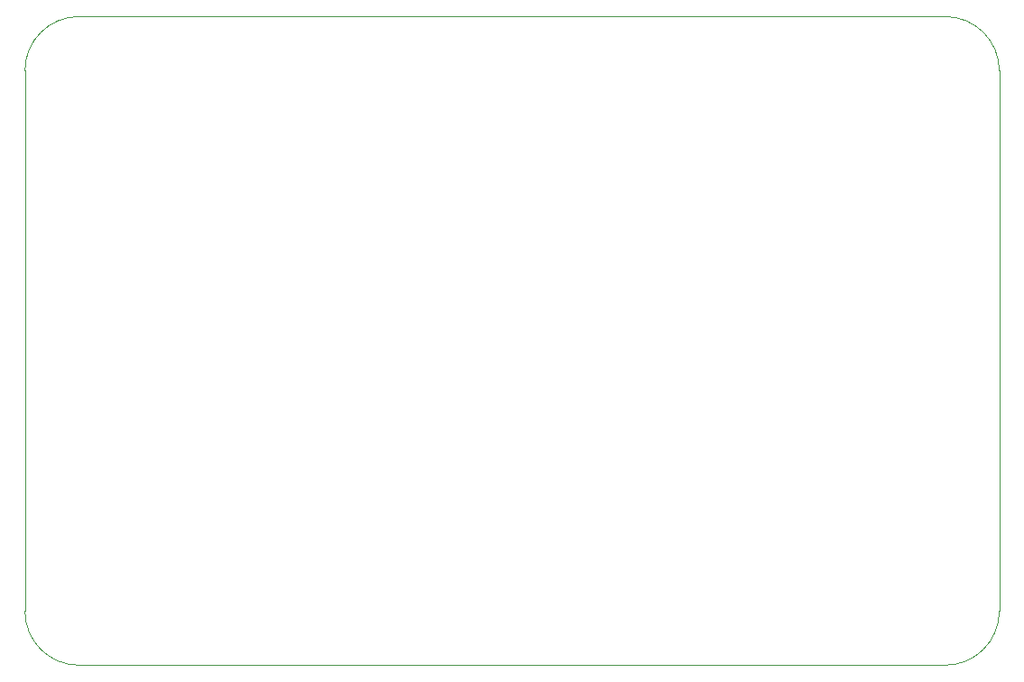
<source format=gm1>
G04 #@! TF.GenerationSoftware,KiCad,Pcbnew,(6.0.9)*
G04 #@! TF.CreationDate,2022-12-14T01:21:17-05:00*
G04 #@! TF.ProjectId,usbcounter,75736263-6f75-46e7-9465-722e6b696361,rev?*
G04 #@! TF.SameCoordinates,Original*
G04 #@! TF.FileFunction,Profile,NP*
%FSLAX46Y46*%
G04 Gerber Fmt 4.6, Leading zero omitted, Abs format (unit mm)*
G04 Created by KiCad (PCBNEW (6.0.9)) date 2022-12-14 01:21:17*
%MOMM*%
%LPD*%
G01*
G04 APERTURE LIST*
G04 #@! TA.AperFunction,Profile*
%ADD10C,0.100000*%
G04 #@! TD*
G04 APERTURE END LIST*
D10*
X137160002Y-111760002D02*
G75*
G03*
X142240002Y-106680002I-2J5080002D01*
G01*
X50799998Y-106680002D02*
X50800000Y-55880000D01*
X55880000Y-50800000D02*
X137160002Y-50799998D01*
X142240002Y-55879998D02*
G75*
G03*
X137160002Y-50799998I-5080002J-2D01*
G01*
X50799998Y-106680002D02*
G75*
G03*
X55879998Y-111760002I5080002J2D01*
G01*
X137160002Y-111760002D02*
X55879998Y-111760002D01*
X142240002Y-55879998D02*
X142240002Y-106680002D01*
X55880000Y-50800000D02*
G75*
G03*
X50800000Y-55880000I0J-5080000D01*
G01*
M02*

</source>
